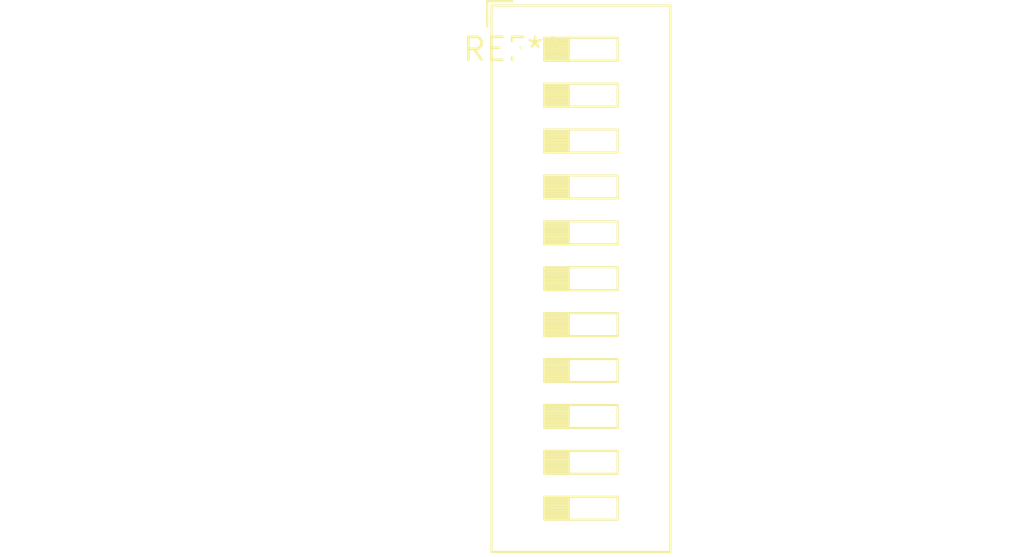
<source format=kicad_pcb>
(kicad_pcb (version 20240108) (generator pcbnew)
  (layers (0 "F.Cu" signal) (31 "B.Cu" signal) (34 "B.Paste" user) (35 "F.Paste" user) (36 "B.SilkS" user "B.Silkscreen") (37 "F.SilkS" user "F.Silkscreen") (38 "B.Mask" user) (39 "F.Mask" user) (44 "Edge.Cuts" user))
  (net 0 "")
  (footprint "SW_DIP_SPSTx11_Slide_9.78x30.12mm_W7.62mm_P2.54mm" (layer "F.Cu") (at 0 0)
    (property "Reference" "REF**")
    (property "Value" "SW_DIP_SPSTx11_Slide_9.78x30.12mm_W7.62mm_P2.54mm")
    (fp_line (start -1.38 -2.66) (end -1.38 -1.277) (layer "F.SilkS") (stroke (width 0.12)))
    (fp_line (start -1.38 -2.66) (end 0.004 -2.66) (layer "F.SilkS") (stroke (width 0.12)))
    (fp_line (start -1.14 -2.42) (end -1.14 27.82) (layer "F.SilkS") (stroke (width 0.12)))
    (fp_line (start -1.14 -2.42) (end 8.76 -2.42) (layer "F.SilkS") (stroke (width 0.12)))
    (fp_line (start -1.14 27.82) (end 8.76 27.82) (layer "F.SilkS") (stroke (width 0.12)))
    (fp_line (start 1.78 -0.635) (end 1.78 0.635) (layer "F.SilkS") (stroke (width 0.12)))
    (fp_line (start 1.78 -0.515) (end 3.133333 -0.515) (layer "F.SilkS") (stroke (width 0.12)))
    (fp_line (start 1.78 -0.395) (end 3.133333 -0.395) (layer "F.SilkS") (stroke (width 0.12)))
    (fp_line (start 1.78 -0.275) (end 3.133333 -0.275) (layer "F.SilkS") (stroke (width 0.12)))
    (fp_line (start 1.78 -0.155) (end 3.133333 -0.155) (layer "F.SilkS") (stroke (width 0.12)))
    (fp_line (start 1.78 -0.035) (end 3.133333 -0.035) (layer "F.SilkS") (stroke (width 0.12)))
    (fp_line (start 1.78 0.085) (end 3.133333 0.085) (layer "F.SilkS") (stroke (width 0.12)))
    (fp_line (start 1.78 0.205) (end 3.133333 0.205) (layer "F.SilkS") (stroke (width 0.12)))
    (fp_line (start 1.78 0.325) (end 3.133333 0.325) (layer "F.SilkS") (stroke (width 0.12)))
    (fp_line (start 1.78 0.445) (end 3.133333 0.445) (layer "F.SilkS") (stroke (width 0.12)))
    (fp_line (start 1.78 0.565) (end 3.133333 0.565) (layer "F.SilkS") (stroke (width 0.12)))
    (fp_line (start 1.78 0.635) (end 5.84 0.635) (layer "F.SilkS") (stroke (width 0.12)))
    (fp_line (start 1.78 1.905) (end 1.78 3.175) (layer "F.SilkS") (stroke (width 0.12)))
    (fp_line (start 1.78 2.025) (end 3.133333 2.025) (layer "F.SilkS") (stroke (width 0.12)))
    (fp_line (start 1.78 2.145) (end 3.133333 2.145) (layer "F.SilkS") (stroke (width 0.12)))
    (fp_line (start 1.78 2.265) (end 3.133333 2.265) (layer "F.SilkS") (stroke (width 0.12)))
    (fp_line (start 1.78 2.385) (end 3.133333 2.385) (layer "F.SilkS") (stroke (width 0.12)))
    (fp_line (start 1.78 2.505) (end 3.133333 2.505) (layer "F.SilkS") (stroke (width 0.12)))
    (fp_line (start 1.78 2.625) (end 3.133333 2.625) (layer "F.SilkS") (stroke (width 0.12)))
    (fp_line (start 1.78 2.745) (end 3.133333 2.745) (layer "F.SilkS") (stroke (width 0.12)))
    (fp_line (start 1.78 2.865) (end 3.133333 2.865) (layer "F.SilkS") (stroke (width 0.12)))
    (fp_line (start 1.78 2.985) (end 3.133333 2.985) (layer "F.SilkS") (stroke (width 0.12)))
    (fp_line (start 1.78 3.105) (end 3.133333 3.105) (layer "F.SilkS") (stroke (width 0.12)))
    (fp_line (start 1.78 3.175) (end 5.84 3.175) (layer "F.SilkS") (stroke (width 0.12)))
    (fp_line (start 1.78 4.445) (end 1.78 5.715) (layer "F.SilkS") (stroke (width 0.12)))
    (fp_line (start 1.78 4.565) (end 3.133333 4.565) (layer "F.SilkS") (stroke (width 0.12)))
    (fp_line (start 1.78 4.685) (end 3.133333 4.685) (layer "F.SilkS") (stroke (width 0.12)))
    (fp_line (start 1.78 4.805) (end 3.133333 4.805) (layer "F.SilkS") (stroke (width 0.12)))
    (fp_line (start 1.78 4.925) (end 3.133333 4.925) (layer "F.SilkS") (stroke (width 0.12)))
    (fp_line (start 1.78 5.045) (end 3.133333 5.045) (layer "F.SilkS") (stroke (width 0.12)))
    (fp_line (start 1.78 5.165) (end 3.133333 5.165) (layer "F.SilkS") (stroke (width 0.12)))
    (fp_line (start 1.78 5.285) (end 3.133333 5.285) (layer "F.SilkS") (stroke (width 0.12)))
    (fp_line (start 1.78 5.405) (end 3.133333 5.405) (layer "F.SilkS") (stroke (width 0.12)))
    (fp_line (start 1.78 5.525) (end 3.133333 5.525) (layer "F.SilkS") (stroke (width 0.12)))
    (fp_line (start 1.78 5.645) (end 3.133333 5.645) (layer "F.SilkS") (stroke (width 0.12)))
    (fp_line (start 1.78 5.715) (end 5.84 5.715) (layer "F.SilkS") (stroke (width 0.12)))
    (fp_line (start 1.78 6.985) (end 1.78 8.255) (layer "F.SilkS") (stroke (width 0.12)))
    (fp_line (start 1.78 7.105) (end 3.133333 7.105) (layer "F.SilkS") (stroke (width 0.12)))
    (fp_line (start 1.78 7.225) (end 3.133333 7.225) (layer "F.SilkS") (stroke (width 0.12)))
    (fp_line (start 1.78 7.345) (end 3.133333 7.345) (layer "F.SilkS") (stroke (width 0.12)))
    (fp_line (start 1.78 7.465) (end 3.133333 7.465) (layer "F.SilkS") (stroke (width 0.12)))
    (fp_line (start 1.78 7.585) (end 3.133333 7.585) (layer "F.SilkS") (stroke (width 0.12)))
    (fp_line (start 1.78 7.705) (end 3.133333 7.705) (layer "F.SilkS") (stroke (width 0.12)))
    (fp_line (start 1.78 7.825) (end 3.133333 7.825) (layer "F.SilkS") (stroke (width 0.12)))
    (fp_line (start 1.78 7.945) (end 3.133333 7.945) (layer "F.SilkS") (stroke (width 0.12)))
    (fp_line (start 1.78 8.065) (end 3.133333 8.065) (layer "F.SilkS") (stroke (width 0.12)))
    (fp_line (start 1.78 8.185) (end 3.133333 8.185) (layer "F.SilkS") (stroke (width 0.12)))
    (fp_line (start 1.78 8.255) (end 5.84 8.255) (layer "F.SilkS") (stroke (width 0.12)))
    (fp_line (start 1.78 9.525) (end 1.78 10.795) (layer "F.SilkS") (stroke (width 0.12)))
    (fp_line (start 1.78 9.645) (end 3.133333 9.645) (layer "F.SilkS") (stroke (width 0.12)))
    (fp_line (start 1.78 9.765) (end 3.133333 9.765) (layer "F.SilkS") (stroke (width 0.12)))
    (fp_line (start 1.78 9.885) (end 3.133333 9.885) (layer "F.SilkS") (stroke (width 0.12)))
    (fp_line (start 1.78 10.005) (end 3.133333 10.005) (layer "F.SilkS") (stroke (width 0.12)))
    (fp_line (start 1.78 10.125) (end 3.133333 10.125) (layer "F.SilkS") (stroke (width 0.12)))
    (fp_line (start 1.78 10.245) (end 3.133333 10.245) (layer "F.SilkS") (stroke (width 0.12)))
    (fp_line (start 1.78 10.365) (end 3.133333 10.365) (layer "F.SilkS") (stroke (width 0.12)))
    (fp_line (start 1.78 10.485) (end 3.133333 10.485) (layer "F.SilkS") (stroke (width 0.12)))
    (fp_line (start 1.78 10.605) (end 3.133333 10.605) (layer "F.SilkS") (stroke (width 0.12)))
    (fp_line (start 1.78 10.725) (end 3.133333 10.725) (layer "F.SilkS") (stroke (width 0.12)))
    (fp_line (start 1.78 10.795) (end 5.84 10.795) (layer "F.SilkS") (stroke (width 0.12)))
    (fp_line (start 1.78 12.065) (end 1.78 13.335) (layer "F.SilkS") (stroke (width 0.12)))
    (fp_line (start 1.78 12.185) (end 3.133333 12.185) (layer "F.SilkS") (stroke (width 0.12)))
    (fp_line (start 1.78 12.305) (end 3.133333 12.305) (layer "F.SilkS") (stroke (width 0.12)))
    (fp_line (start 1.78 12.425) (end 3.133333 12.425) (layer "F.SilkS") (stroke (width 0.12)))
    (fp_line (start 1.78 12.545) (end 3.133333 12.545) (layer "F.SilkS") (stroke (width 0.12)))
    (fp_line (start 1.78 12.665) (end 3.133333 12.665) (layer "F.SilkS") (stroke (width 0.12)))
    (fp_line (start 1.78 12.785) (end 3.133333 12.785) (layer "F.SilkS") (stroke (width 0.12)))
    (fp_line (start 1.78 12.905) (end 3.133333 12.905) (layer "F.SilkS") (stroke (width 0.12)))
    (fp_line (start 1.78 13.025) (end 3.133333 13.025) (layer "F.SilkS") (stroke (width 0.12)))
    (fp_line (start 1.78 13.145) (end 3.133333 13.145) (layer "F.SilkS") (stroke (width 0.12)))
    (fp_line (start 1.78 13.265) (end 3.133333 13.265) (layer "F.SilkS") (stroke (width 0.12)))
    (fp_line (start 1.78 13.335) (end 5.84 13.335) (layer "F.SilkS") (stroke (width 0.12)))
    (fp_line (start 1.78 14.605) (end 1.78 15.875) (layer "F.SilkS") (stroke (width 0.12)))
    (fp_line (start 1.78 14.725) (end 3.133333 14.725) (layer "F.SilkS") (stroke (width 0.12)))
    (fp_line (start 1.78 14.845) (end 3.133333 14.845) (layer "F.SilkS") (stroke (width 0.12)))
    (fp_line (start 1.78 14.965) (end 3.133333 14.965) (layer "F.SilkS") (stroke (width 0.12)))
    (fp_line (start 1.78 15.085) (end 3.133333 15.085) (layer "F.SilkS") (stroke (width 0.12)))
    (fp_line (start 1.78 15.205) (end 3.133333 15.205) (layer "F.SilkS") (stroke (width 0.12)))
    (fp_line (start 1.78 15.325) (end 3.133333 15.325) (layer "F.SilkS") (stroke (width 0.12)))
    (fp_line (start 1.78 15.445) (end 3.133333 15.445) (layer "F.SilkS") (stroke (width 0.12)))
    (fp_line (start 1.78 15.565) (end 3.133333 15.565) (layer "F.SilkS") (stroke (width 0.12)))
    (fp_line (start 1.78 15.685) (end 3.133333 15.685) (layer "F.SilkS") (stroke (width 0.12)))
    (fp_line (start 1.78 15.805) (end 3.133333 15.805) (layer "F.SilkS") (stroke (width 0.12)))
    (fp_line (start 1.78 15.875) (end 5.84 15.875) (layer "F.SilkS") (stroke (width 0.12)))
    (fp_line (start 1.78 17.145) (end 1.78 18.415) (layer "F.SilkS") (stroke (width 0.12)))
    (fp_line (start 1.78 17.265) (end 3.133333 17.265) (layer "F.SilkS") (stroke (width 0.12)))
    (fp_line (start 1.78 17.385) (end 3.133333 17.385) (layer "F.SilkS") (stroke (width 0.12)))
    (fp_line (start 1.78 17.505) (end 3.133333 17.505) (layer "F.SilkS") (stroke (width 0.12)))
    (fp_line (start 1.78 17.625) (end 3.133333 17.625) (layer "F.SilkS") (stroke (width 0.12)))
    (fp_line (start 1.78 17.745) (end 3.133333 17.745) (layer "F.SilkS") (stroke (width 0.12)))
    (fp_line (start 1.78 17.865) (end 3.133333 17.865) (layer "F.SilkS") (stroke (width 0.12)))
    (fp_line (start 1.78 17.985) (end 3.133333 17.985) (layer "F.SilkS") (stroke (width 0.12)))
    (fp_line (start 1.78 18.105) (end 3.133333 18.105) (layer "F.SilkS") (stroke (width 0.12)))
    (fp_line (start 1.78 18.225) (end 3.133333 18.225) (layer "F.SilkS") (stroke (width 0.12)))
    (fp_line (start 1.78 18.345) (end 3.133333 18.345) (layer "F.SilkS") (stroke (width 0.12)))
    (fp_line (start 1.78 18.415) (end 5.84 18.415) (layer "F.SilkS") (stroke (width 0.12)))
    (fp_line (start 1.78 19.685) (end 1.78 20.955) (layer "F.SilkS") (stroke (width 0.12)))
    (fp_line (start 1.78 19.805) (end 3.133333 19.805) (layer "F.SilkS") (stroke (width 0.12)))
    (fp_line (start 1.78 19.925) (end 3.133333 19.925) (layer "F.SilkS") (stroke (width 0.12)))
    (fp_line (start 1.78 20.045) (end 3.133333 20.045) (layer "F.SilkS") (stroke (width 0.12)))
    (fp_line (start 1.78 20.165) (end 3.133333 20.165) (layer "F.SilkS") (stroke (width 0.12)))
    (fp_line (start 1.78 20.285) (end 3.133333 20.285) (layer "F.SilkS") (stroke (width 0.12)))
    (fp_line (start 1.78 20.405) (end 3.133333 20.405) (layer "F.SilkS") (stroke (width 0.12)))
    (fp_line (start 1.78 20.525) (end 3.133333 20.525) (layer "F.SilkS") (stroke (width 0.12)))
    (fp_line (start 1.78 20.645) (end 3.133333 20.645) (layer "F.SilkS") (stroke (width 0.12)))
    (fp_line (start 1.78 20.765) (end 3.133333 20.765) (layer "F.SilkS") (stroke (width 0.12)))
    (fp_line (start 1.78 20.885) (end 3.133333 20.885) (layer "F.SilkS") (stroke (width 0.12)))
    (fp_line (start 1.78 20.955) (end 5.84 20.955) (layer "F.SilkS") (stroke (width 0.12)))
    (fp_line (start 1.78 22.225) (end 1.78 23.495) (layer "F.SilkS") (stroke (width 0.12)))
    (fp_line (start 1.78 22.345) (end 3.133333 22.345) (layer "F.SilkS") (stroke (width 0.12)))
    (fp_line (start 1.78 22.465) (end 3.133333 22.465) (layer "F.SilkS") (stroke (width 0.12)))
    (fp_line (start 1.78 22.585) (end 3.133333 22.585) (layer "F.SilkS") (stroke (width 0.12)))
    (fp_line (start 1.78 22.705) (end 3.133333 22.705) (layer "F.SilkS") (stroke (width 0.12)))
    (fp_line (start 1.78 22.825) (end 3.133333 22.825) (layer "F.SilkS") (stroke (width 0.12)))
    (fp_line (start 1.78 22.945) (end 3.133333 22.945) (layer "F.SilkS") (stroke (width 0.12)))
    (fp_line (start 1.78 23.065) (end 3.133333 23.065) (layer "F.SilkS") (stroke (width 0.12)))
    (fp_line (start 1.78 23.185) (end 3.133333 23.185) (layer "F.SilkS") (stroke (width 0.12)))
    (fp_line (start 1.78 23.305) (end 3.133333 23.305) (layer "F.SilkS") (stroke (width 0.12)))
    (fp_line (start 1.78 23.425) (end 3.133333 23.425) (layer "F.SilkS") (stroke (width 0.12)))
    (fp_line (start 1.78 23.495) (end 5.84 23.495) (layer "F.SilkS") (stroke (width 0.12)))
    (fp_line (start 1.78 24.765) (end 1.78 26.035) (layer "F.SilkS") (stroke (width 0.12)))
    (fp_line (start 1.78 24.885) (end 3.133333 24.885) (layer "F.SilkS") (stroke (width 0.12)))
    (fp_line (start 1.78 25.005) (end 3.133333 25.005) (layer "F.SilkS") (stroke (width 0.12)))
    (fp_line (start 1.78 25.125) (end 3.133333 25.125) (layer "F.SilkS") (stroke (width 0.12)))
    (fp_line (start 1.78 25.245) (end 3.133333 25.245) (layer "F.SilkS") (stroke (width 0.12)))
    (fp_line (start 1.78 25.365) (end 3.133333 25.365) (layer "F.SilkS") (stroke (width 0.12)))
    (fp_line (start 1.78 25.485) (end 3.133333 25.485) (layer "F.SilkS") (stroke (width 0.12)))
    (fp_line (start 1.78 25.605) (end 3.133333 25.605) (layer "F.SilkS") (stroke (width 0.12)))
    (fp_line (start 1.78 25.725) (end 3.133333 25.725) (layer "F.SilkS") (stroke (width 0.12)))
    (fp_line (start 1.78 25.845) (end 3.133333 25.845) (layer "F.SilkS") (stroke (width 0.12)))
    (fp_line (start 1.78 25.965) (end 3.133333 25.965) (layer "F.SilkS") (stroke (width 0.12)))
    (fp_line (start 1.78 26.035) (end 5.84 26.035) (layer "F.SilkS") (stroke (width 0.12)))
    (fp_line (start 3.133333 -0.635) (end 3.133333 0.635) (layer "F.SilkS") (stroke (width 0.12)))
    (fp_line (start 3.133333 1.905) (end 3.133333 3.175) (layer "F.SilkS") (stroke (width 0.12)))
    (fp_line (start 3.133333 4.445) (end 3.133333 5.715) (layer "F.SilkS") (stroke (width 0.12)))
    (fp_line (start 3.133333 6.985) (end 3.133333 8.255) (layer "F.SilkS") (stroke (width 0.12)))
    (fp_line (start 3.133333 9.525) (end 3.133333 10.795) (layer "F.SilkS") (stroke (width 0.12)))
    (fp_line (start 3.133333 12.065) (end 3.133333 13.335) (layer "F.SilkS") (stroke (width 0.12)))
    (fp_line (start 3.133333 14.605) (end 3.133333 15.875) (layer "F.SilkS") (stroke (width 0.12)))
    (fp_line (start 3.133333 17.145) (end 3.133333 18.415) (layer "F.SilkS") (stroke (width 0.12)))
    (fp_line (start 3.133333 19.685) (end 3.133333 20.955) (layer "F.SilkS") (stroke (width 0.12)))
    (fp_line (start 3.133333 22.225) (end 3.133333 23.495) (layer "F.SilkS") (stroke (width 0.12)))
    (fp_line (start 3.133333 24.765) (end 3.133333 26.035) (layer "F.SilkS") (stroke (width 0.12)))
    (fp_line (start 5.84 -0.635) (end 1.78 -0.635) (layer "F.SilkS") (stroke (width 0.12)))
    (fp_line (start 5.84 0.635) (end 5.84 -0.635) (layer "F.SilkS") (stroke (width 0.12)))
    (fp_line (start 5.84 1.905) (end 1.78 1.905) (layer "F.SilkS") (stroke (width 0.12)))
    (fp_line (start 5.84 3.175) (end 5.84 1.905) (layer "F.SilkS") (stroke (width 0.12)))
    (fp_line (start 5.84 4.445) (end 1.78 4.445) (layer "F.SilkS") (stroke (width 0.12)))
    (fp_line (start 5.84 5.715) (end 5.84 4.445) (layer "F.SilkS") (stroke (width 0.12)))
    (fp_line (start 5.84 6.985) (end 1.78 6.985) (layer "F.SilkS") (stroke (width 0.12)))
    (fp_line (start 5.84 8.255) (end 5.84 6.985) (layer "F.SilkS") (stroke (width 0.12)))
    (fp_line (start 5.84 9.525) (end 1.78 9.525) (layer "F.SilkS") (stroke (width 0.12)))
    (fp_line (start 5.84 10.795) (end 5.84 9.525) (layer "F.SilkS") (stroke (width 0.12)))
    (fp_line (start 5.84 12.065) (end 1.78 12.065) (layer "F.SilkS") (stroke (width 0.12)))
    (fp_line (start 5.84 13.335) (end 5.84 12.065) (layer "F.SilkS") (stroke (width 0.12)))
    (fp_line (start 5.84 14.605) (end 1.78 14.605) (layer "F.SilkS") (stroke (width 0.12)))
    (fp_line (start 5.84 15.875) (end 5.84 14.605) (layer "F.SilkS") (stroke (width 0.12)))
    (fp_line (start 5.84 17.145) (end 1.78 17.145) (layer "F.SilkS") (stroke (width 0.12)))
    (fp_line (start 5.84 18.415) (end 5.84 17.145) (layer "F.SilkS") (stroke (width 0.12)))
    (fp_line (start 5.84 19.685) (end 1.78 19.685) (layer "F.SilkS") (stroke (width 0.12)))
    (fp_line (start 5.84 20.955) (end 5.84 19.685) (layer "F.SilkS") (stroke (width 0.12)))
    (fp_line (start 5.84 22.225) (end 1.78 22.225) (layer "F.SilkS") (stroke (width 0.12)))
    (fp_line (start 5.84 23.495) (end 5.84 22.225) (layer "F.SilkS") (stroke (width 0.12)))
    (fp_line (start 5.84 24.765) (end 1.78 24.765) (layer "F.SilkS") (stroke (width 0.12)))
    (fp_line (start 5.84 26.035) (end 5.84 24.765) (layer "F.SilkS") (stroke (width 0.12)))
    (fp_line (start 8.76 -2.42) (end 8.76 27.82) (layer "F.SilkS") (stroke (width 0.12)))
    (pad "1" thru_hole rect (at 0 0) (size 1.6 1.6) (drill 0.8) (layers *.Cu *.Mask) (remove_unused_layers))
    (pad "2" thru_hole oval (at 0 2.54) (size 1.6 1.6) (drill 0.8) (layers *.Cu *.Mask) (remove_unused_layers))
    (pad "3" thru_hole oval (at 0 5.08) (size 1.6 1.6) (drill 0.8) (layers *.Cu *.Mask) (remove_unused_layers))
    (pad "4" thru_hole oval (at 0 7.62) (size 1.6 1.6) (drill 0.8) (layers *.Cu *.Mask) (remove_unused_layers))
    (pad "5" thru_hole oval (at 0 10.16) (size 1.6 1.6) (drill 0.8) (layers *.Cu *.Mask) (remove_unused_layers))
    (pad "6" thru_hole oval (at 0 12.7) (size 1.6 1.6) (drill 0.8) (layers *.Cu *.Mask) (remove_unused_layers))
    (pad "7" thru_hole oval (at 0 15.24) (size 1.6 1.6) (drill 0.8) (layers *.Cu *.Mask) (remove_unused_layers))
    (pad "8" thru_hole oval (at 0 17.78) (size 1.6 1.6) (drill 0.8) (layers *.Cu *.Mask) (remove_unused_layers))
    (pad "9" thru_hole oval (at 0 20.32) (size 1.6 1.6) (drill 0.8) (layers *.Cu *.Mask) (remove_unused_layers))
    (pad "10" thru_hole oval (at 0 22.86) (size 1.6 1.6) (drill 0.8) (layers *.Cu *.Mask) (remove_unused_layers))
    (pad "11" thru_hole oval (at 0 25.4) (size 1.6 1.6) (drill 0.8) (layers *.Cu *.Mask) (remove_unused_layers))
    (pad "12" thru_hole oval (at 7.62 25.4) (size 1.6 1.6) (drill 0.8) (layers *.Cu *.Mask) (remove_unused_layers))
    (pad "13" thru_hole oval (at 7.62 22.86) (size 1.6 1.6) (drill 0.8) (layers *.Cu *.Mask) (remove_unused_layers))
    (pad "14" thru_hole oval (at 7.62 20.32) (size 1.6 1.6) (drill 0.8) (layers *.Cu *.Mask) (remove_unused_layers))
    (pad "15" thru_hole oval (at 7.62 17.78) (size 1.6 1.6) (drill 0.8) (layers *.Cu *.Mask) (remove_unused_layers))
    (pad "16" thru_hole oval (at 7.62 15.24) (size 1.6 1.6) (drill 0.8) (layers *.Cu *.Mask) (remove_unused_layers))
    (pad "17" thru_hole oval (at 7.62 12.7) (size 1.6 1.6) (drill 0.8) (layers *.Cu *.Mask) (remove_unused_layers))
    (pad "18" thru_hole oval (at 7.62 10.16) (size 1.6 1.6) (drill 0.8) (layers *.Cu *.Mask) (remove_unused_layers))
    (pad "19" thru_hole oval (at 7.62 7.62) (size 1.6 1.6) (drill 0.8) (layers *.Cu *.Mask) (remove_unused_layers))
    (pad "20" thru_hole oval (at 7.62 5.08) (size 1.6 1.6) (drill 0.8) (layers *.Cu *.Mask) (remove_unused_layers))
    (pad "21" thru_hole oval (at 7.62 2.54) (size 1.6 1.6) (drill 0.8) (layers *.Cu *.Mask) (remove_unused_layers))
    (pad "22" thru_hole oval (at 7.62 0) (size 1.6 1.6) (drill 0.8) (layers *.Cu *.Mask) (remove_unused_layers))
  )
)
</source>
